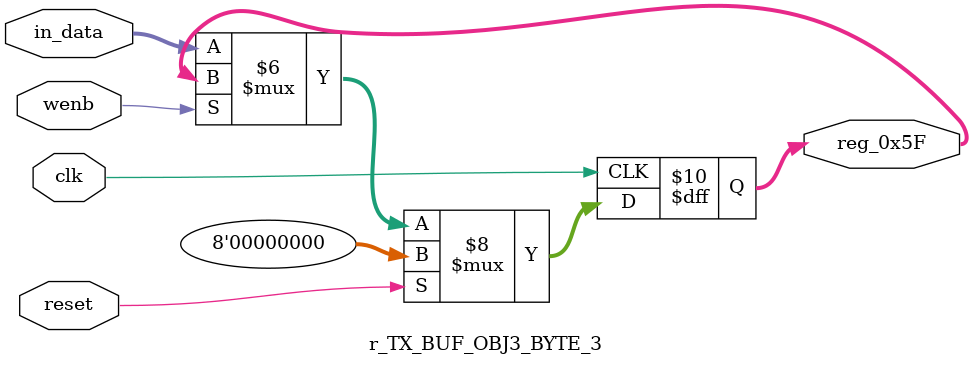
<source format=v>
module r_TX_BUF_OBJ3_BYTE_3(output reg [7:0] reg_0x5F, input wire reset, input wire wenb, input wire [7:0] in_data, input wire clk);
	always@(posedge clk)
	begin
		if(reset==0) begin
			if(wenb==0)
				reg_0x5F<=in_data;
			else
				reg_0x5F<=reg_0x5F;
		end
		else
			reg_0x5F<=8'h00;
	end
endmodule
</source>
